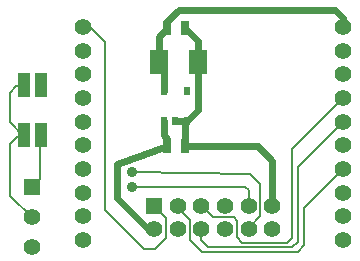
<source format=gbr>
G04 #@! TF.FileFunction,Copper,L1,Top,Signal*
%FSLAX46Y46*%
G04 Gerber Fmt 4.6, Leading zero omitted, Abs format (unit mm)*
G04 Created by KiCad (PCBNEW 4.0.4+e1-6308~48~ubuntu14.04.1-stable) date Mon Nov 14 15:43:49 2016*
%MOMM*%
%LPD*%
G01*
G04 APERTURE LIST*
%ADD10C,0.100000*%
%ADD11C,1.400000*%
%ADD12R,1.400000X1.400000*%
%ADD13R,1.397000X1.397000*%
%ADD14C,1.397000*%
%ADD15R,1.000000X2.000000*%
%ADD16R,0.635000X1.143000*%
%ADD17R,1.524000X2.032000*%
%ADD18R,0.508000X0.762000*%
%ADD19C,0.889000*%
%ADD20C,0.170000*%
%ADD21C,0.600000*%
G04 APERTURE END LIST*
D10*
D11*
X179500000Y-113000000D03*
X177500000Y-113000000D03*
D12*
X175500000Y-113000000D03*
D11*
X181500000Y-113000000D03*
X183500000Y-113000000D03*
X185500000Y-113000000D03*
X185500000Y-115000000D03*
X183500000Y-115000000D03*
X181500000Y-115000000D03*
X179500000Y-115000000D03*
X177500000Y-115000000D03*
X175500000Y-115000000D03*
D13*
X165190000Y-111390000D03*
D14*
X165190000Y-113930000D03*
X165190000Y-116470000D03*
D15*
X164490000Y-107030000D03*
X165890000Y-107030000D03*
X164490000Y-102830000D03*
X165890000Y-102830000D03*
D16*
X176638000Y-108000000D03*
X178162000Y-108000000D03*
X176638000Y-98000000D03*
X178162000Y-98000000D03*
D17*
X175919000Y-100880000D03*
X179221000Y-100880000D03*
D18*
X176347500Y-105870000D03*
X178252500Y-105870000D03*
X176347500Y-103330000D03*
X177300000Y-105870000D03*
X178252500Y-103330000D03*
D11*
X169499260Y-97900000D03*
X169499260Y-105901000D03*
X169499260Y-109898960D03*
X169499260Y-107899980D03*
X169499260Y-101900500D03*
X169499260Y-103899480D03*
X169499260Y-99898980D03*
X169499260Y-113899460D03*
X169499260Y-115900980D03*
X169499260Y-111900480D03*
X191500740Y-111900480D03*
X191500740Y-115900980D03*
X191500740Y-113899460D03*
X191500740Y-99898980D03*
X191500740Y-103899480D03*
X191500740Y-101900500D03*
X191500740Y-107899980D03*
X191500740Y-109898960D03*
X191500740Y-105901000D03*
X191500740Y-97900000D03*
D19*
X173600000Y-111400000D03*
X173650000Y-110200000D03*
D20*
X163290000Y-107810000D02*
X163290000Y-112160000D01*
X164000000Y-107100000D02*
X163290000Y-107810000D01*
X163290000Y-112160000D02*
X165130000Y-114000000D01*
X163840000Y-102900000D02*
X163270000Y-103470000D01*
X164430000Y-102900000D02*
X163840000Y-102900000D01*
X163270000Y-105940000D02*
X164430000Y-107100000D01*
X163270000Y-103470000D02*
X163270000Y-105940000D01*
X164430000Y-107100000D02*
X164000000Y-107100000D01*
X165830000Y-110760000D02*
X165130000Y-111460000D01*
X165830000Y-107100000D02*
X165830000Y-110760000D01*
D21*
X175000000Y-115000000D02*
X172360000Y-112320000D01*
X172350000Y-109500000D02*
X176638000Y-108000000D01*
X172360000Y-112320000D02*
X172350000Y-109500000D01*
X176638000Y-108000000D02*
X176638000Y-107338000D01*
X176347500Y-107047500D02*
X176347500Y-105870000D01*
X176638000Y-107338000D02*
X176347500Y-107047500D01*
X175500000Y-115000000D02*
X175000000Y-115000000D01*
D20*
X191500740Y-101900500D02*
X191210500Y-101900500D01*
X191500740Y-99898980D02*
X191500740Y-99650740D01*
X179500000Y-113000000D02*
X179530000Y-113000000D01*
X179530000Y-113000000D02*
X180530000Y-114000000D01*
X180530000Y-114000000D02*
X182230000Y-114000000D01*
X182230000Y-114000000D02*
X182500000Y-114270000D01*
X182500000Y-114270000D02*
X182500000Y-115660000D01*
X182500000Y-115660000D02*
X182990000Y-116150000D01*
X182990000Y-116150000D02*
X186770000Y-116150000D01*
X186770000Y-116150000D02*
X187170000Y-115750000D01*
X187170000Y-115750000D02*
X187170000Y-108230220D01*
X187170000Y-108230220D02*
X191500740Y-103899480D01*
X179500000Y-115000000D02*
X179500000Y-115940000D01*
X187670000Y-109731740D02*
X191500740Y-105901000D01*
X187670000Y-116090000D02*
X187670000Y-109731740D01*
X187220000Y-116540000D02*
X187670000Y-116090000D01*
X180100000Y-116540000D02*
X187220000Y-116540000D01*
X179500000Y-115940000D02*
X180100000Y-116540000D01*
X177500000Y-113000000D02*
X177500000Y-113210000D01*
X177500000Y-113210000D02*
X178540000Y-114250000D01*
X188200000Y-113199700D02*
X191500740Y-109898960D01*
X188200000Y-116370000D02*
X188200000Y-113199700D01*
X187650000Y-116920000D02*
X188200000Y-116370000D01*
X179570000Y-116920000D02*
X187650000Y-116920000D01*
X178540000Y-115890000D02*
X179570000Y-116920000D01*
X178540000Y-114250000D02*
X178540000Y-115890000D01*
X191701040Y-109898960D02*
X191500740Y-109898960D01*
X177500000Y-113000000D02*
X177500000Y-113000000D01*
D21*
X178162000Y-108000000D02*
X184300000Y-108000000D01*
X185500000Y-109200000D02*
X185500000Y-113000000D01*
X184300000Y-108000000D02*
X185500000Y-109200000D01*
X179221000Y-100880000D02*
X179221000Y-99059000D01*
X179221000Y-99059000D02*
X178162000Y-98000000D01*
X178252500Y-105870000D02*
X178252500Y-105847500D01*
X178252500Y-105847500D02*
X179221000Y-104879000D01*
X179221000Y-104879000D02*
X179221000Y-100880000D01*
X178162000Y-108000000D02*
X178162000Y-105960500D01*
X178162000Y-105960500D02*
X178071500Y-105870000D01*
X178071500Y-105870000D02*
X177300000Y-105870000D01*
X191451720Y-115950000D02*
X191500740Y-115900980D01*
X185500000Y-113000000D02*
X185600000Y-113000000D01*
D20*
X169499260Y-99898980D02*
X169499260Y-99570740D01*
X183500000Y-113000000D02*
X183500000Y-111700000D01*
X183500000Y-111700000D02*
X183200000Y-111400000D01*
X183200000Y-111400000D02*
X173700000Y-111400000D01*
X169929740Y-111470000D02*
X169499260Y-111900480D01*
X183500000Y-113000000D02*
X183500000Y-113200000D01*
X169609800Y-114010000D02*
X169499260Y-113899460D01*
D21*
X190830000Y-96440000D02*
X177610000Y-96440000D01*
X176638000Y-97412000D02*
X176638000Y-98000000D01*
X177610000Y-96440000D02*
X176638000Y-97412000D01*
X191500740Y-97900000D02*
X191500740Y-97110740D01*
X191500740Y-97110740D02*
X190830000Y-96440000D01*
X175919000Y-100880000D02*
X175919000Y-98719000D01*
X175919000Y-98719000D02*
X176638000Y-98000000D01*
X176347500Y-103330000D02*
X176347500Y-101308500D01*
X176347500Y-101308500D02*
X175919000Y-100880000D01*
D20*
X183500000Y-114900000D02*
X184500000Y-113900000D01*
X183600000Y-110300000D02*
X173650000Y-110200000D01*
X184500000Y-111200000D02*
X183600000Y-110300000D01*
X184500000Y-113900000D02*
X184500000Y-111200000D01*
X183500000Y-115000000D02*
X183500000Y-114900000D01*
X170070000Y-97900000D02*
X171330000Y-99160000D01*
X176520000Y-114020000D02*
X175500000Y-113000000D01*
X176520000Y-115730000D02*
X176520000Y-114020000D01*
X175600000Y-116650000D02*
X176520000Y-115730000D01*
X174630000Y-116650000D02*
X175600000Y-116650000D01*
X171330000Y-113350000D02*
X174630000Y-116650000D01*
X171330000Y-99160000D02*
X171330000Y-113350000D01*
X169499260Y-97900000D02*
X170070000Y-97900000D01*
X169499260Y-101900500D02*
X169709500Y-101900500D01*
M02*

</source>
